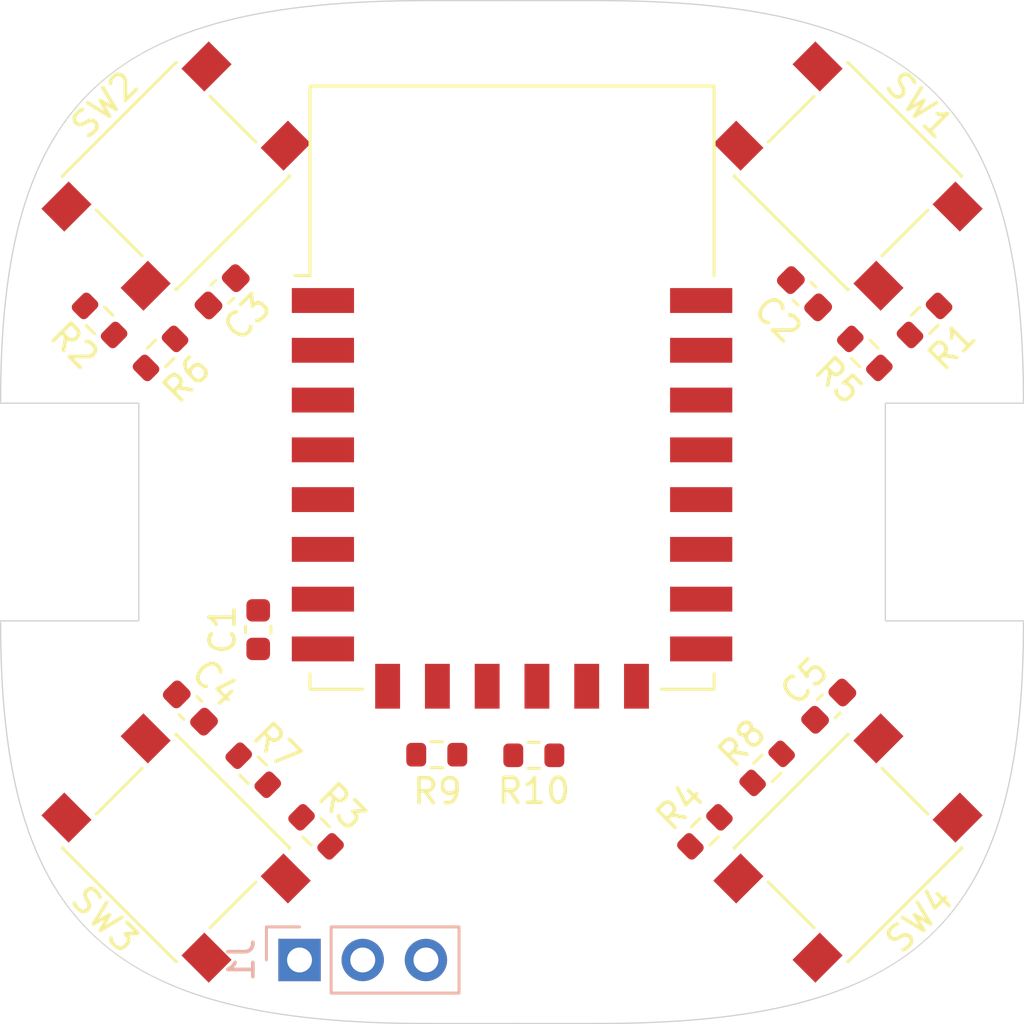
<source format=kicad_pcb>
(kicad_pcb (version 20171130) (host pcbnew 5.1.9-73d0e3b20d~88~ubuntu20.04.1)

  (general
    (thickness 1.6)
    (drawings 16)
    (tracks 0)
    (zones 0)
    (modules 21)
    (nets 27)
  )

  (page A4)
  (layers
    (0 F.Cu signal)
    (31 B.Cu signal)
    (32 B.Adhes user)
    (33 F.Adhes user)
    (34 B.Paste user)
    (35 F.Paste user)
    (36 B.SilkS user)
    (37 F.SilkS user)
    (38 B.Mask user)
    (39 F.Mask user)
    (40 Dwgs.User user)
    (41 Cmts.User user)
    (42 Eco1.User user)
    (43 Eco2.User user)
    (44 Edge.Cuts user)
    (45 Margin user)
    (46 B.CrtYd user hide)
    (47 F.CrtYd user)
    (48 B.Fab user)
    (49 F.Fab user hide)
  )

  (setup
    (last_trace_width 0.25)
    (user_trace_width 0.5)
    (user_trace_width 1.2)
    (trace_clearance 0.2)
    (zone_clearance 0.508)
    (zone_45_only no)
    (trace_min 0.2)
    (via_size 0.8)
    (via_drill 0.4)
    (via_min_size 0.4)
    (via_min_drill 0.3)
    (uvia_size 0.3)
    (uvia_drill 0.1)
    (uvias_allowed no)
    (uvia_min_size 0.2)
    (uvia_min_drill 0.1)
    (edge_width 0.05)
    (segment_width 0.2)
    (pcb_text_width 0.3)
    (pcb_text_size 1.5 1.5)
    (mod_edge_width 0.12)
    (mod_text_size 1 1)
    (mod_text_width 0.15)
    (pad_size 1 1)
    (pad_drill 0)
    (pad_to_mask_clearance 0.051)
    (solder_mask_min_width 0.25)
    (aux_axis_origin 0 0)
    (grid_origin 78.3 43.85)
    (visible_elements FFFFFF7F)
    (pcbplotparams
      (layerselection 0x010fc_ffffffff)
      (usegerberextensions false)
      (usegerberattributes false)
      (usegerberadvancedattributes false)
      (creategerberjobfile false)
      (excludeedgelayer true)
      (linewidth 0.100000)
      (plotframeref false)
      (viasonmask false)
      (mode 1)
      (useauxorigin false)
      (hpglpennumber 1)
      (hpglpenspeed 20)
      (hpglpendiameter 15.000000)
      (psnegative false)
      (psa4output false)
      (plotreference true)
      (plotvalue true)
      (plotinvisibletext false)
      (padsonsilk false)
      (subtractmaskfromsilk false)
      (outputformat 1)
      (mirror false)
      (drillshape 1)
      (scaleselection 1)
      (outputdirectory ""))
  )

  (net 0 "")
  (net 1 GND)
  (net 2 +3V3)
  (net 3 /SW1)
  (net 4 /SW2)
  (net 5 /SW3)
  (net 6 /SW4)
  (net 7 "Net-(R1-Pad2)")
  (net 8 "Net-(R2-Pad2)")
  (net 9 "Net-(R3-Pad2)")
  (net 10 "Net-(R4-Pad2)")
  (net 11 "Net-(R9-Pad1)")
  (net 12 "Net-(R10-Pad1)")
  (net 13 /AC_PWR_CTL)
  (net 14 "Net-(U1-Pad22)")
  (net 15 "Net-(U1-Pad21)")
  (net 16 "Net-(U1-Pad18)")
  (net 17 "Net-(U1-Pad17)")
  (net 18 "Net-(U1-Pad16)")
  (net 19 "Net-(U1-Pad14)")
  (net 20 "Net-(U1-Pad13)")
  (net 21 "Net-(U1-Pad10)")
  (net 22 "Net-(U1-Pad9)")
  (net 23 "Net-(U1-Pad4)")
  (net 24 "Net-(U1-Pad2)")
  (net 25 "Net-(U1-Pad7)")
  (net 26 "Net-(U1-Pad6)")

  (net_class Default "This is the default net class."
    (clearance 0.2)
    (trace_width 0.25)
    (via_dia 0.8)
    (via_drill 0.4)
    (uvia_dia 0.3)
    (uvia_drill 0.1)
    (add_net +3V3)
    (add_net /AC_PWR_CTL)
    (add_net /SW1)
    (add_net /SW2)
    (add_net /SW3)
    (add_net /SW4)
    (add_net GND)
    (add_net "Net-(R1-Pad2)")
    (add_net "Net-(R10-Pad1)")
    (add_net "Net-(R2-Pad2)")
    (add_net "Net-(R3-Pad2)")
    (add_net "Net-(R4-Pad2)")
    (add_net "Net-(R9-Pad1)")
    (add_net "Net-(U1-Pad10)")
    (add_net "Net-(U1-Pad13)")
    (add_net "Net-(U1-Pad14)")
    (add_net "Net-(U1-Pad16)")
    (add_net "Net-(U1-Pad17)")
    (add_net "Net-(U1-Pad18)")
    (add_net "Net-(U1-Pad2)")
    (add_net "Net-(U1-Pad21)")
    (add_net "Net-(U1-Pad22)")
    (add_net "Net-(U1-Pad4)")
    (add_net "Net-(U1-Pad6)")
    (add_net "Net-(U1-Pad7)")
    (add_net "Net-(U1-Pad9)")
  )

  (module Button_Switch_SMD:SW_SPST_PTS645 locked (layer F.Cu) (tedit 5A02FC95) (tstamp 6033E084)
    (at 91.8 57.35 225)
    (descr "C&K Components SPST SMD PTS645 Series 6mm Tact Switch")
    (tags "SPST Button Switch")
    (path /601D019F)
    (attr smd)
    (fp_text reference SW4 (at 0 -4.05 45) (layer F.SilkS)
      (effects (font (size 1 1) (thickness 0.15)))
    )
    (fp_text value SW_Push (at 0 4.15 45) (layer F.Fab)
      (effects (font (size 1 1) (thickness 0.15)))
    )
    (fp_line (start -3 -3) (end -3 3) (layer F.Fab) (width 0.1))
    (fp_line (start -3 3) (end 3 3) (layer F.Fab) (width 0.1))
    (fp_line (start 3 3) (end 3 -3) (layer F.Fab) (width 0.1))
    (fp_line (start 3 -3) (end -3 -3) (layer F.Fab) (width 0.1))
    (fp_line (start 5.05 3.4) (end 5.05 -3.4) (layer F.CrtYd) (width 0.05))
    (fp_line (start -5.05 -3.4) (end -5.05 3.4) (layer F.CrtYd) (width 0.05))
    (fp_line (start -5.05 3.4) (end 5.05 3.4) (layer F.CrtYd) (width 0.05))
    (fp_line (start -5.05 -3.4) (end 5.05 -3.4) (layer F.CrtYd) (width 0.05))
    (fp_line (start 3.23 -3.23) (end 3.23 -3.2) (layer F.SilkS) (width 0.12))
    (fp_line (start 3.23 3.23) (end 3.23 3.2) (layer F.SilkS) (width 0.12))
    (fp_line (start -3.23 3.23) (end -3.23 3.2) (layer F.SilkS) (width 0.12))
    (fp_line (start -3.23 -3.2) (end -3.23 -3.23) (layer F.SilkS) (width 0.12))
    (fp_line (start 3.23 -1.3) (end 3.23 1.3) (layer F.SilkS) (width 0.12))
    (fp_line (start -3.23 -3.23) (end 3.23 -3.23) (layer F.SilkS) (width 0.12))
    (fp_line (start -3.23 -1.3) (end -3.23 1.3) (layer F.SilkS) (width 0.12))
    (fp_line (start -3.23 3.23) (end 3.23 3.23) (layer F.SilkS) (width 0.12))
    (fp_circle (center 0 0) (end 1.75 -0.05) (layer F.Fab) (width 0.1))
    (fp_text user %R (at 0 -4.05 45) (layer F.Fab)
      (effects (font (size 1 1) (thickness 0.15)))
    )
    (pad 2 smd rect (at 3.98 2.25 225) (size 1.55 1.3) (layers F.Cu F.Paste F.Mask)
      (net 10 "Net-(R4-Pad2)"))
    (pad 1 smd rect (at 3.98 -2.25 225) (size 1.55 1.3) (layers F.Cu F.Paste F.Mask)
      (net 2 +3V3))
    (pad 1 smd rect (at -3.98 -2.25 225) (size 1.55 1.3) (layers F.Cu F.Paste F.Mask)
      (net 2 +3V3))
    (pad 2 smd rect (at -3.98 2.25 225) (size 1.55 1.3) (layers F.Cu F.Paste F.Mask)
      (net 10 "Net-(R4-Pad2)"))
    (model ${KISYS3DMOD}/Button_Switch_SMD.3dshapes/SW_SPST_PTS645.wrl
      (at (xyz 0 0 0))
      (scale (xyz 1 1 1))
      (rotate (xyz 0 0 0))
    )
  )

  (module Button_Switch_SMD:SW_SPST_PTS645 locked (layer F.Cu) (tedit 5A02FC95) (tstamp 6033A376)
    (at 64.8 57.35 135)
    (descr "C&K Components SPST SMD PTS645 Series 6mm Tact Switch")
    (tags "SPST Button Switch")
    (path /601C52BD)
    (attr smd)
    (fp_text reference SW3 (at 0 -4.05 -45) (layer F.SilkS)
      (effects (font (size 1 1) (thickness 0.15)))
    )
    (fp_text value SW_Push (at 0 4.15 -45) (layer F.Fab)
      (effects (font (size 1 1) (thickness 0.15)))
    )
    (fp_line (start -3 -3) (end -3 3) (layer F.Fab) (width 0.1))
    (fp_line (start -3 3) (end 3 3) (layer F.Fab) (width 0.1))
    (fp_line (start 3 3) (end 3 -3) (layer F.Fab) (width 0.1))
    (fp_line (start 3 -3) (end -3 -3) (layer F.Fab) (width 0.1))
    (fp_line (start 5.05 3.4) (end 5.05 -3.4) (layer F.CrtYd) (width 0.05))
    (fp_line (start -5.05 -3.4) (end -5.05 3.4) (layer F.CrtYd) (width 0.05))
    (fp_line (start -5.05 3.4) (end 5.05 3.4) (layer F.CrtYd) (width 0.05))
    (fp_line (start -5.05 -3.4) (end 5.05 -3.4) (layer F.CrtYd) (width 0.05))
    (fp_line (start 3.23 -3.23) (end 3.23 -3.2) (layer F.SilkS) (width 0.12))
    (fp_line (start 3.23 3.23) (end 3.23 3.2) (layer F.SilkS) (width 0.12))
    (fp_line (start -3.23 3.23) (end -3.23 3.2) (layer F.SilkS) (width 0.12))
    (fp_line (start -3.23 -3.2) (end -3.23 -3.23) (layer F.SilkS) (width 0.12))
    (fp_line (start 3.23 -1.3) (end 3.23 1.3) (layer F.SilkS) (width 0.12))
    (fp_line (start -3.23 -3.23) (end 3.23 -3.23) (layer F.SilkS) (width 0.12))
    (fp_line (start -3.23 -1.3) (end -3.23 1.3) (layer F.SilkS) (width 0.12))
    (fp_line (start -3.23 3.23) (end 3.23 3.23) (layer F.SilkS) (width 0.12))
    (fp_circle (center 0 0) (end 1.75 -0.05) (layer F.Fab) (width 0.1))
    (fp_text user %R (at 0 -4.05 -45) (layer F.Fab)
      (effects (font (size 1 1) (thickness 0.15)))
    )
    (pad 2 smd rect (at 3.98 2.25 135) (size 1.55 1.3) (layers F.Cu F.Paste F.Mask)
      (net 9 "Net-(R3-Pad2)"))
    (pad 1 smd rect (at 3.98 -2.25 135) (size 1.55 1.3) (layers F.Cu F.Paste F.Mask)
      (net 2 +3V3))
    (pad 1 smd rect (at -3.98 -2.25 135) (size 1.55 1.3) (layers F.Cu F.Paste F.Mask)
      (net 2 +3V3))
    (pad 2 smd rect (at -3.98 2.25 135) (size 1.55 1.3) (layers F.Cu F.Paste F.Mask)
      (net 9 "Net-(R3-Pad2)"))
    (model ${KISYS3DMOD}/Button_Switch_SMD.3dshapes/SW_SPST_PTS645.wrl
      (at (xyz 0 0 0))
      (scale (xyz 1 1 1))
      (rotate (xyz 0 0 0))
    )
  )

  (module Button_Switch_SMD:SW_SPST_PTS645 locked (layer F.Cu) (tedit 5A02FC95) (tstamp 6033E038)
    (at 64.8 30.35 45)
    (descr "C&K Components SPST SMD PTS645 Series 6mm Tact Switch")
    (tags "SPST Button Switch")
    (path /5FEB37DB)
    (attr smd)
    (fp_text reference SW2 (at 0 -4.05 45) (layer F.SilkS)
      (effects (font (size 1 1) (thickness 0.15)))
    )
    (fp_text value SW_Push (at 0 4.15 45) (layer F.Fab)
      (effects (font (size 1 1) (thickness 0.15)))
    )
    (fp_line (start -3 -3) (end -3 3) (layer F.Fab) (width 0.1))
    (fp_line (start -3 3) (end 3 3) (layer F.Fab) (width 0.1))
    (fp_line (start 3 3) (end 3 -3) (layer F.Fab) (width 0.1))
    (fp_line (start 3 -3) (end -3 -3) (layer F.Fab) (width 0.1))
    (fp_line (start 5.05 3.4) (end 5.05 -3.4) (layer F.CrtYd) (width 0.05))
    (fp_line (start -5.05 -3.4) (end -5.05 3.4) (layer F.CrtYd) (width 0.05))
    (fp_line (start -5.05 3.4) (end 5.05 3.4) (layer F.CrtYd) (width 0.05))
    (fp_line (start -5.05 -3.4) (end 5.05 -3.4) (layer F.CrtYd) (width 0.05))
    (fp_line (start 3.23 -3.23) (end 3.23 -3.2) (layer F.SilkS) (width 0.12))
    (fp_line (start 3.23 3.23) (end 3.23 3.2) (layer F.SilkS) (width 0.12))
    (fp_line (start -3.23 3.23) (end -3.23 3.2) (layer F.SilkS) (width 0.12))
    (fp_line (start -3.23 -3.2) (end -3.23 -3.23) (layer F.SilkS) (width 0.12))
    (fp_line (start 3.23 -1.3) (end 3.23 1.3) (layer F.SilkS) (width 0.12))
    (fp_line (start -3.23 -3.23) (end 3.23 -3.23) (layer F.SilkS) (width 0.12))
    (fp_line (start -3.23 -1.3) (end -3.23 1.3) (layer F.SilkS) (width 0.12))
    (fp_line (start -3.23 3.23) (end 3.23 3.23) (layer F.SilkS) (width 0.12))
    (fp_circle (center 0 0) (end 1.75 -0.05) (layer F.Fab) (width 0.1))
    (fp_text user %R (at 0 -4.05 45) (layer F.Fab)
      (effects (font (size 1 1) (thickness 0.15)))
    )
    (pad 2 smd rect (at 3.98 2.25 45) (size 1.55 1.3) (layers F.Cu F.Paste F.Mask)
      (net 8 "Net-(R2-Pad2)"))
    (pad 1 smd rect (at 3.98 -2.25 45) (size 1.55 1.3) (layers F.Cu F.Paste F.Mask)
      (net 2 +3V3))
    (pad 1 smd rect (at -3.98 -2.25 45) (size 1.55 1.3) (layers F.Cu F.Paste F.Mask)
      (net 2 +3V3))
    (pad 2 smd rect (at -3.98 2.25 45) (size 1.55 1.3) (layers F.Cu F.Paste F.Mask)
      (net 8 "Net-(R2-Pad2)"))
    (model ${KISYS3DMOD}/Button_Switch_SMD.3dshapes/SW_SPST_PTS645.wrl
      (at (xyz 0 0 0))
      (scale (xyz 1 1 1))
      (rotate (xyz 0 0 0))
    )
  )

  (module Button_Switch_SMD:SW_SPST_PTS645 locked (layer F.Cu) (tedit 5A02FC95) (tstamp 6033E012)
    (at 91.8 30.35 315)
    (descr "C&K Components SPST SMD PTS645 Series 6mm Tact Switch")
    (tags "SPST Button Switch")
    (path /601BFA42)
    (attr smd)
    (fp_text reference SW1 (at 0 -4.05 315) (layer F.SilkS)
      (effects (font (size 1 1) (thickness 0.15)))
    )
    (fp_text value SW_Push (at 0 4.15 315) (layer F.Fab)
      (effects (font (size 1 1) (thickness 0.15)))
    )
    (fp_line (start -3 -3) (end -3 3) (layer F.Fab) (width 0.1))
    (fp_line (start -3 3) (end 3 3) (layer F.Fab) (width 0.1))
    (fp_line (start 3 3) (end 3 -3) (layer F.Fab) (width 0.1))
    (fp_line (start 3 -3) (end -3 -3) (layer F.Fab) (width 0.1))
    (fp_line (start 5.05 3.4) (end 5.05 -3.4) (layer F.CrtYd) (width 0.05))
    (fp_line (start -5.05 -3.4) (end -5.05 3.4) (layer F.CrtYd) (width 0.05))
    (fp_line (start -5.05 3.4) (end 5.05 3.4) (layer F.CrtYd) (width 0.05))
    (fp_line (start -5.05 -3.4) (end 5.05 -3.4) (layer F.CrtYd) (width 0.05))
    (fp_line (start 3.23 -3.23) (end 3.23 -3.2) (layer F.SilkS) (width 0.12))
    (fp_line (start 3.23 3.23) (end 3.23 3.2) (layer F.SilkS) (width 0.12))
    (fp_line (start -3.23 3.23) (end -3.23 3.2) (layer F.SilkS) (width 0.12))
    (fp_line (start -3.23 -3.2) (end -3.23 -3.23) (layer F.SilkS) (width 0.12))
    (fp_line (start 3.23 -1.3) (end 3.23 1.3) (layer F.SilkS) (width 0.12))
    (fp_line (start -3.23 -3.23) (end 3.23 -3.23) (layer F.SilkS) (width 0.12))
    (fp_line (start -3.23 -1.3) (end -3.23 1.3) (layer F.SilkS) (width 0.12))
    (fp_line (start -3.23 3.23) (end 3.23 3.23) (layer F.SilkS) (width 0.12))
    (fp_circle (center 0 0) (end 1.75 -0.05) (layer F.Fab) (width 0.1))
    (fp_text user %R (at 0 -4.05 315) (layer F.Fab)
      (effects (font (size 1 1) (thickness 0.15)))
    )
    (pad 2 smd rect (at 3.98 2.25 315) (size 1.55 1.3) (layers F.Cu F.Paste F.Mask)
      (net 7 "Net-(R1-Pad2)"))
    (pad 1 smd rect (at 3.98 -2.25 315) (size 1.55 1.3) (layers F.Cu F.Paste F.Mask)
      (net 2 +3V3))
    (pad 1 smd rect (at -3.98 -2.25 315) (size 1.55 1.3) (layers F.Cu F.Paste F.Mask)
      (net 2 +3V3))
    (pad 2 smd rect (at -3.98 2.25 315) (size 1.55 1.3) (layers F.Cu F.Paste F.Mask)
      (net 7 "Net-(R1-Pad2)"))
    (model ${KISYS3DMOD}/Button_Switch_SMD.3dshapes/SW_SPST_PTS645.wrl
      (at (xyz 0 0 0))
      (scale (xyz 1 1 1))
      (rotate (xyz 0 0 0))
    )
  )

  (module Connector_PinHeader_2.54mm:PinHeader_1x03_P2.54mm_Vertical locked (layer B.Cu) (tedit 59FED5CC) (tstamp 60334CB9)
    (at 69.760 61.850 -90.000)
    (descr "Through hole straight pin header, 1x03, 2.54mm pitch, single row")
    (tags "Through hole pin header THT 1x03 2.54mm single row")
    (path /60347F0E)
    (fp_text reference J1 (at 0 2.33 -90.000) (layer B.SilkS)
      (effects (font (size 1 1) (thickness 0.15)) (justify mirror))
    )
    (fp_text value Inter_PCB_Conn (at 0 -7.41 -90.000) (layer B.Fab) hide
      (effects (font (size 1 1) (thickness 0.15)) (justify mirror))
    )
    (fp_line (start -0.635 1.27) (end 1.27 1.27) (layer B.Fab) (width 0.1))
    (fp_line (start 1.27 1.27) (end 1.27 -6.35) (layer B.Fab) (width 0.1))
    (fp_line (start 1.27 -6.35) (end -1.27 -6.35) (layer B.Fab) (width 0.1))
    (fp_line (start -1.27 -6.35) (end -1.27 0.635) (layer B.Fab) (width 0.1))
    (fp_line (start -1.27 0.635) (end -0.635 1.27) (layer B.Fab) (width 0.1))
    (fp_line (start -1.33 -6.41) (end 1.33 -6.41) (layer B.SilkS) (width 0.12))
    (fp_line (start -1.33 -1.27) (end -1.33 -6.41) (layer B.SilkS) (width 0.12))
    (fp_line (start 1.33 -1.27) (end 1.33 -6.41) (layer B.SilkS) (width 0.12))
    (fp_line (start -1.33 -1.27) (end 1.33 -1.27) (layer B.SilkS) (width 0.12))
    (fp_line (start -1.33 0) (end -1.33 1.33) (layer B.SilkS) (width 0.12))
    (fp_line (start -1.33 1.33) (end 0 1.33) (layer B.SilkS) (width 0.12))
    (fp_line (start -1.8 1.8) (end -1.8 -6.85) (layer B.CrtYd) (width 0.05))
    (fp_line (start -1.8 -6.85) (end 1.8 -6.85) (layer B.CrtYd) (width 0.05))
    (fp_line (start 1.8 -6.85) (end 1.8 1.8) (layer B.CrtYd) (width 0.05))
    (fp_line (start 1.8 1.8) (end -1.8 1.8) (layer B.CrtYd) (width 0.05))
    (fp_text user %R (at 0 -2.54 -180.000) (layer F.Fab)
      (effects (font (size 1 1) (thickness 0.15)))
    )
    (pad 3 thru_hole oval (at 0 -5.08 -90.000) (size 1.7 1.7) (drill 1) (layers *.Cu *.Mask)
      (net 13 /AC_PWR_CTL))
    (pad 2 thru_hole oval (at 0 -2.54 -90.000) (size 1.7 1.7) (drill 1) (layers *.Cu *.Mask)
      (net 2 +3V3))
    (pad 1 thru_hole rect (at 0 0 -90.000) (size 1.7 1.7) (drill 1) (layers *.Cu *.Mask)
      (net 1 GND))
    (model ${KISYS3DMOD}/Connector_PinHeader_2.54mm.3dshapes/PinHeader_1x03_P2.54mm_Vertical.wrl
      (at (xyz 0 0 0))
      (scale (xyz 1 1 1))
      (rotate (xyz 0 0 0))
    )
  )

  (module RF_Module:ESP-12E locked (layer F.Cu) (tedit 5A030172) (tstamp 6033E0BF)
    (at 78.3 38.85)
    (descr "Wi-Fi Module, http://wiki.ai-thinker.com/_media/esp8266/docs/aithinker_esp_12f_datasheet_en.pdf")
    (tags "Wi-Fi Module")
    (path /6038C41F)
    (attr smd)
    (fp_text reference U1 (at 2.95 -0.275) (layer F.SilkS) hide
      (effects (font (size 1 1) (thickness 0.15)))
    )
    (fp_text value ESP-12F (at -0.06 -12.78) (layer F.Fab)
      (effects (font (size 1 1) (thickness 0.15)))
    )
    (fp_line (start -8 -12) (end 8 -12) (layer F.Fab) (width 0.12))
    (fp_line (start 8 -12) (end 8 12) (layer F.Fab) (width 0.12))
    (fp_line (start 8 12) (end -8 12) (layer F.Fab) (width 0.12))
    (fp_line (start -8 12) (end -8 -3) (layer F.Fab) (width 0.12))
    (fp_line (start -8 -3) (end -7.5 -3.5) (layer F.Fab) (width 0.12))
    (fp_line (start -7.5 -3.5) (end -8 -4) (layer F.Fab) (width 0.12))
    (fp_line (start -8 -4) (end -8 -12) (layer F.Fab) (width 0.12))
    (fp_line (start -9.05 -12.2) (end 9.05 -12.2) (layer F.CrtYd) (width 0.05))
    (fp_line (start 9.05 -12.2) (end 9.05 13.1) (layer F.CrtYd) (width 0.05))
    (fp_line (start 9.05 13.1) (end -9.05 13.1) (layer F.CrtYd) (width 0.05))
    (fp_line (start -9.05 13.1) (end -9.05 -12.2) (layer F.CrtYd) (width 0.05))
    (fp_line (start -8.12 -12.12) (end 8.12 -12.12) (layer F.SilkS) (width 0.12))
    (fp_line (start 8.12 -12.12) (end 8.12 -4.5) (layer F.SilkS) (width 0.12))
    (fp_line (start 8.12 11.5) (end 8.12 12.12) (layer F.SilkS) (width 0.12))
    (fp_line (start 8.12 12.12) (end 6 12.12) (layer F.SilkS) (width 0.12))
    (fp_line (start -6 12.12) (end -8.12 12.12) (layer F.SilkS) (width 0.12))
    (fp_line (start -8.12 12.12) (end -8.12 11.5) (layer F.SilkS) (width 0.12))
    (fp_line (start -8.12 -4.5) (end -8.12 -12.12) (layer F.SilkS) (width 0.12))
    (fp_line (start -8.12 -4.5) (end -8.73 -4.5) (layer F.SilkS) (width 0.12))
    (fp_line (start -8.12 -12.12) (end 8.12 -12.12) (layer Dwgs.User) (width 0.12))
    (fp_line (start 8.12 -12.12) (end 8.12 -4.8) (layer Dwgs.User) (width 0.12))
    (fp_line (start 8.12 -4.8) (end -8.12 -4.8) (layer Dwgs.User) (width 0.12))
    (fp_line (start -8.12 -4.8) (end -8.12 -12.12) (layer Dwgs.User) (width 0.12))
    (fp_line (start -8.12 -9.12) (end -5.12 -12.12) (layer Dwgs.User) (width 0.12))
    (fp_line (start -8.12 -6.12) (end -2.12 -12.12) (layer Dwgs.User) (width 0.12))
    (fp_line (start -6.44 -4.8) (end 0.88 -12.12) (layer Dwgs.User) (width 0.12))
    (fp_line (start -3.44 -4.8) (end 3.88 -12.12) (layer Dwgs.User) (width 0.12))
    (fp_line (start -0.44 -4.8) (end 6.88 -12.12) (layer Dwgs.User) (width 0.12))
    (fp_line (start 2.56 -4.8) (end 8.12 -10.36) (layer Dwgs.User) (width 0.12))
    (fp_line (start 5.56 -4.8) (end 8.12 -7.36) (layer Dwgs.User) (width 0.12))
    (fp_text user %R (at 0.49 -0.8) (layer F.Fab)
      (effects (font (size 1 1) (thickness 0.15)))
    )
    (fp_text user "KEEP-OUT ZONE" (at 0.03 -9.55 180) (layer Cmts.User)
      (effects (font (size 1 1) (thickness 0.15)))
    )
    (fp_text user Antenna (at -0.06 -7 180) (layer Cmts.User)
      (effects (font (size 1 1) (thickness 0.15)))
    )
    (pad 22 smd rect (at 7.6 -3.5) (size 2.5 1) (layers F.Cu F.Paste F.Mask)
      (net 14 "Net-(U1-Pad22)"))
    (pad 21 smd rect (at 7.6 -1.5) (size 2.5 1) (layers F.Cu F.Paste F.Mask)
      (net 15 "Net-(U1-Pad21)"))
    (pad 20 smd rect (at 7.6 0.5) (size 2.5 1) (layers F.Cu F.Paste F.Mask)
      (net 3 /SW1))
    (pad 19 smd rect (at 7.6 2.5) (size 2.5 1) (layers F.Cu F.Paste F.Mask)
      (net 13 /AC_PWR_CTL))
    (pad 18 smd rect (at 7.6 4.5) (size 2.5 1) (layers F.Cu F.Paste F.Mask)
      (net 16 "Net-(U1-Pad18)"))
    (pad 17 smd rect (at 7.6 6.5) (size 2.5 1) (layers F.Cu F.Paste F.Mask)
      (net 17 "Net-(U1-Pad17)"))
    (pad 16 smd rect (at 7.6 8.5) (size 2.5 1) (layers F.Cu F.Paste F.Mask)
      (net 18 "Net-(U1-Pad16)"))
    (pad 15 smd rect (at 7.6 10.5) (size 2.5 1) (layers F.Cu F.Paste F.Mask)
      (net 1 GND))
    (pad 14 smd rect (at 5 12) (size 1 1.8) (layers F.Cu F.Paste F.Mask)
      (net 19 "Net-(U1-Pad14)"))
    (pad 13 smd rect (at 3 12) (size 1 1.8) (layers F.Cu F.Paste F.Mask)
      (net 20 "Net-(U1-Pad13)"))
    (pad 12 smd rect (at 1 12) (size 1 1.8) (layers F.Cu F.Paste F.Mask)
      (net 6 /SW4))
    (pad 11 smd rect (at -1 12) (size 1 1.8) (layers F.Cu F.Paste F.Mask)
      (net 5 /SW3))
    (pad 10 smd rect (at -3 12) (size 1 1.8) (layers F.Cu F.Paste F.Mask)
      (net 21 "Net-(U1-Pad10)"))
    (pad 9 smd rect (at -5 12) (size 1 1.8) (layers F.Cu F.Paste F.Mask)
      (net 22 "Net-(U1-Pad9)"))
    (pad 8 smd rect (at -7.6 10.5) (size 2.5 1) (layers F.Cu F.Paste F.Mask)
      (net 2 +3V3))
    (pad 7 smd rect (at -7.6 8.5) (size 2.5 1) (layers F.Cu F.Paste F.Mask)
      (net 25 "Net-(U1-Pad7)"))
    (pad 6 smd rect (at -7.6 6.5) (size 2.5 1) (layers F.Cu F.Paste F.Mask)
      (net 26 "Net-(U1-Pad6)"))
    (pad 5 smd rect (at -7.6 4.5) (size 2.5 1) (layers F.Cu F.Paste F.Mask)
      (net 4 /SW2))
    (pad 4 smd rect (at -7.6 2.5) (size 2.5 1) (layers F.Cu F.Paste F.Mask)
      (net 23 "Net-(U1-Pad4)"))
    (pad 3 smd rect (at -7.6 0.5) (size 2.5 1) (layers F.Cu F.Paste F.Mask)
      (net 12 "Net-(R10-Pad1)"))
    (pad 2 smd rect (at -7.6 -1.5) (size 2.5 1) (layers F.Cu F.Paste F.Mask)
      (net 24 "Net-(U1-Pad2)"))
    (pad 1 smd rect (at -7.6 -3.5) (size 2.5 1) (layers F.Cu F.Paste F.Mask)
      (net 11 "Net-(R9-Pad1)"))
    (model ${KISYS3DMOD}/RF_Module.3dshapes/ESP-12E.wrl
      (at (xyz 0 0 0))
      (scale (xyz 1 1 1))
      (rotate (xyz 0 0 0))
    )
  )

  (module Resistor_SMD:R_0603_1608Metric (layer F.Cu) (tedit 5F68FEEE) (tstamp 6033DFB9)
    (at 79.175 53.625 180)
    (descr "Resistor SMD 0603 (1608 Metric), square (rectangular) end terminal, IPC_7351 nominal, (Body size source: IPC-SM-782 page 72, https://www.pcb-3d.com/wordpress/wp-content/uploads/ipc-sm-782a_amendment_1_and_2.pdf), generated with kicad-footprint-generator")
    (tags resistor)
    (path /603AD756)
    (attr smd)
    (fp_text reference R10 (at 0 -1.43) (layer F.SilkS)
      (effects (font (size 1 1) (thickness 0.15)))
    )
    (fp_text value 10k (at 0 1.43) (layer F.Fab)
      (effects (font (size 1 1) (thickness 0.15)))
    )
    (fp_line (start -0.8 0.4125) (end -0.8 -0.4125) (layer F.Fab) (width 0.1))
    (fp_line (start -0.8 -0.4125) (end 0.8 -0.4125) (layer F.Fab) (width 0.1))
    (fp_line (start 0.8 -0.4125) (end 0.8 0.4125) (layer F.Fab) (width 0.1))
    (fp_line (start 0.8 0.4125) (end -0.8 0.4125) (layer F.Fab) (width 0.1))
    (fp_line (start -0.237258 -0.5225) (end 0.237258 -0.5225) (layer F.SilkS) (width 0.12))
    (fp_line (start -0.237258 0.5225) (end 0.237258 0.5225) (layer F.SilkS) (width 0.12))
    (fp_line (start -1.48 0.73) (end -1.48 -0.73) (layer F.CrtYd) (width 0.05))
    (fp_line (start -1.48 -0.73) (end 1.48 -0.73) (layer F.CrtYd) (width 0.05))
    (fp_line (start 1.48 -0.73) (end 1.48 0.73) (layer F.CrtYd) (width 0.05))
    (fp_line (start 1.48 0.73) (end -1.48 0.73) (layer F.CrtYd) (width 0.05))
    (fp_text user %R (at 0 0) (layer F.Fab)
      (effects (font (size 0.4 0.4) (thickness 0.06)))
    )
    (pad 2 smd roundrect (at 0.825 0 180) (size 0.8 0.95) (layers F.Cu F.Paste F.Mask) (roundrect_rratio 0.25)
      (net 2 +3V3))
    (pad 1 smd roundrect (at -0.825 0 180) (size 0.8 0.95) (layers F.Cu F.Paste F.Mask) (roundrect_rratio 0.25)
      (net 12 "Net-(R10-Pad1)"))
    (model ${KISYS3DMOD}/Resistor_SMD.3dshapes/R_0603_1608Metric.wrl
      (at (xyz 0 0 0))
      (scale (xyz 1 1 1))
      (rotate (xyz 0 0 0))
    )
  )

  (module Resistor_SMD:R_0603_1608Metric (layer F.Cu) (tedit 5F68FEEE) (tstamp 6033DFA8)
    (at 75.275 53.6)
    (descr "Resistor SMD 0603 (1608 Metric), square (rectangular) end terminal, IPC_7351 nominal, (Body size source: IPC-SM-782 page 72, https://www.pcb-3d.com/wordpress/wp-content/uploads/ipc-sm-782a_amendment_1_and_2.pdf), generated with kicad-footprint-generator")
    (tags resistor)
    (path /603A92C3)
    (attr smd)
    (fp_text reference R9 (at 0.025 1.475) (layer F.SilkS)
      (effects (font (size 1 1) (thickness 0.15)))
    )
    (fp_text value 10k (at 0 1.43) (layer F.Fab)
      (effects (font (size 1 1) (thickness 0.15)))
    )
    (fp_line (start -0.8 0.4125) (end -0.8 -0.4125) (layer F.Fab) (width 0.1))
    (fp_line (start -0.8 -0.4125) (end 0.8 -0.4125) (layer F.Fab) (width 0.1))
    (fp_line (start 0.8 -0.4125) (end 0.8 0.4125) (layer F.Fab) (width 0.1))
    (fp_line (start 0.8 0.4125) (end -0.8 0.4125) (layer F.Fab) (width 0.1))
    (fp_line (start -0.237258 -0.5225) (end 0.237258 -0.5225) (layer F.SilkS) (width 0.12))
    (fp_line (start -0.237258 0.5225) (end 0.237258 0.5225) (layer F.SilkS) (width 0.12))
    (fp_line (start -1.48 0.73) (end -1.48 -0.73) (layer F.CrtYd) (width 0.05))
    (fp_line (start -1.48 -0.73) (end 1.48 -0.73) (layer F.CrtYd) (width 0.05))
    (fp_line (start 1.48 -0.73) (end 1.48 0.73) (layer F.CrtYd) (width 0.05))
    (fp_line (start 1.48 0.73) (end -1.48 0.73) (layer F.CrtYd) (width 0.05))
    (fp_text user %R (at 0 0) (layer F.Fab)
      (effects (font (size 0.4 0.4) (thickness 0.06)))
    )
    (pad 2 smd roundrect (at 0.825 0) (size 0.8 0.95) (layers F.Cu F.Paste F.Mask) (roundrect_rratio 0.25)
      (net 2 +3V3))
    (pad 1 smd roundrect (at -0.825 0) (size 0.8 0.95) (layers F.Cu F.Paste F.Mask) (roundrect_rratio 0.25)
      (net 11 "Net-(R9-Pad1)"))
    (model ${KISYS3DMOD}/Resistor_SMD.3dshapes/R_0603_1608Metric.wrl
      (at (xyz 0 0 0))
      (scale (xyz 1 1 1))
      (rotate (xyz 0 0 0))
    )
  )

  (module Resistor_SMD:R_0603_1608Metric (layer F.Cu) (tedit 5F68FEEE) (tstamp 6033DF97)
    (at 88.55 54.15 45)
    (descr "Resistor SMD 0603 (1608 Metric), square (rectangular) end terminal, IPC_7351 nominal, (Body size source: IPC-SM-782 page 72, https://www.pcb-3d.com/wordpress/wp-content/uploads/ipc-sm-782a_amendment_1_and_2.pdf), generated with kicad-footprint-generator")
    (tags resistor)
    (path /601D01A9)
    (attr smd)
    (fp_text reference R8 (at 0 -1.43 45) (layer F.SilkS)
      (effects (font (size 1 1) (thickness 0.15)))
    )
    (fp_text value 10K (at 0 1.43 45) (layer F.Fab)
      (effects (font (size 1 1) (thickness 0.15)))
    )
    (fp_line (start -0.8 0.4125) (end -0.8 -0.4125) (layer F.Fab) (width 0.1))
    (fp_line (start -0.8 -0.4125) (end 0.8 -0.4125) (layer F.Fab) (width 0.1))
    (fp_line (start 0.8 -0.4125) (end 0.8 0.4125) (layer F.Fab) (width 0.1))
    (fp_line (start 0.8 0.4125) (end -0.8 0.4125) (layer F.Fab) (width 0.1))
    (fp_line (start -0.237258 -0.5225) (end 0.237258 -0.5225) (layer F.SilkS) (width 0.12))
    (fp_line (start -0.237258 0.5225) (end 0.237258 0.5225) (layer F.SilkS) (width 0.12))
    (fp_line (start -1.48 0.73) (end -1.48 -0.73) (layer F.CrtYd) (width 0.05))
    (fp_line (start -1.48 -0.73) (end 1.48 -0.73) (layer F.CrtYd) (width 0.05))
    (fp_line (start 1.48 -0.73) (end 1.48 0.73) (layer F.CrtYd) (width 0.05))
    (fp_line (start 1.48 0.73) (end -1.48 0.73) (layer F.CrtYd) (width 0.05))
    (fp_text user %R (at 0 0 45) (layer F.Fab)
      (effects (font (size 0.4 0.4) (thickness 0.06)))
    )
    (pad 2 smd roundrect (at 0.825 0 45) (size 0.8 0.95) (layers F.Cu F.Paste F.Mask) (roundrect_rratio 0.25)
      (net 1 GND))
    (pad 1 smd roundrect (at -0.825 0 45) (size 0.8 0.95) (layers F.Cu F.Paste F.Mask) (roundrect_rratio 0.25)
      (net 6 /SW4))
    (model ${KISYS3DMOD}/Resistor_SMD.3dshapes/R_0603_1608Metric.wrl
      (at (xyz 0 0 0))
      (scale (xyz 1 1 1))
      (rotate (xyz 0 0 0))
    )
  )

  (module Resistor_SMD:R_0603_1608Metric (layer F.Cu) (tedit 5F68FEEE) (tstamp 6033999F)
    (at 67.9 54.225 135)
    (descr "Resistor SMD 0603 (1608 Metric), square (rectangular) end terminal, IPC_7351 nominal, (Body size source: IPC-SM-782 page 72, https://www.pcb-3d.com/wordpress/wp-content/uploads/ipc-sm-782a_amendment_1_and_2.pdf), generated with kicad-footprint-generator")
    (tags resistor)
    (path /603641A7)
    (attr smd)
    (fp_text reference R7 (at 0.017678 1.361181 315) (layer F.SilkS)
      (effects (font (size 1 1) (thickness 0.15)))
    )
    (fp_text value 10K (at 0 1.43 135) (layer F.Fab)
      (effects (font (size 1 1) (thickness 0.15)))
    )
    (fp_line (start -0.8 0.4125) (end -0.8 -0.4125) (layer F.Fab) (width 0.1))
    (fp_line (start -0.8 -0.4125) (end 0.8 -0.4125) (layer F.Fab) (width 0.1))
    (fp_line (start 0.8 -0.4125) (end 0.8 0.4125) (layer F.Fab) (width 0.1))
    (fp_line (start 0.8 0.4125) (end -0.8 0.4125) (layer F.Fab) (width 0.1))
    (fp_line (start -0.237258 -0.5225) (end 0.237258 -0.5225) (layer F.SilkS) (width 0.12))
    (fp_line (start -0.237258 0.5225) (end 0.237258 0.5225) (layer F.SilkS) (width 0.12))
    (fp_line (start -1.48 0.73) (end -1.48 -0.73) (layer F.CrtYd) (width 0.05))
    (fp_line (start -1.48 -0.73) (end 1.48 -0.73) (layer F.CrtYd) (width 0.05))
    (fp_line (start 1.48 -0.73) (end 1.48 0.73) (layer F.CrtYd) (width 0.05))
    (fp_line (start 1.48 0.73) (end -1.48 0.73) (layer F.CrtYd) (width 0.05))
    (fp_text user %R (at 0 0 135) (layer F.Fab)
      (effects (font (size 0.4 0.4) (thickness 0.06)))
    )
    (pad 2 smd roundrect (at 0.825 0 135) (size 0.8 0.95) (layers F.Cu F.Paste F.Mask) (roundrect_rratio 0.25)
      (net 1 GND))
    (pad 1 smd roundrect (at -0.825 0 135) (size 0.8 0.95) (layers F.Cu F.Paste F.Mask) (roundrect_rratio 0.25)
      (net 5 /SW3))
    (model ${KISYS3DMOD}/Resistor_SMD.3dshapes/R_0603_1608Metric.wrl
      (at (xyz 0 0 0))
      (scale (xyz 1 1 1))
      (rotate (xyz 0 0 0))
    )
  )

  (module Resistor_SMD:R_0603_1608Metric (layer F.Cu) (tedit 5F68FEEE) (tstamp 6033DF75)
    (at 64.175 37.475 45)
    (descr "Resistor SMD 0603 (1608 Metric), square (rectangular) end terminal, IPC_7351 nominal, (Body size source: IPC-SM-782 page 72, https://www.pcb-3d.com/wordpress/wp-content/uploads/ipc-sm-782a_amendment_1_and_2.pdf), generated with kicad-footprint-generator")
    (tags resistor)
    (path /6036452F)
    (attr smd)
    (fp_text reference R6 (at 0.017678 1.467247 45) (layer F.SilkS)
      (effects (font (size 1 1) (thickness 0.15)))
    )
    (fp_text value 10K (at 0 1.43 45) (layer F.Fab)
      (effects (font (size 1 1) (thickness 0.15)))
    )
    (fp_line (start -0.8 0.4125) (end -0.8 -0.4125) (layer F.Fab) (width 0.1))
    (fp_line (start -0.8 -0.4125) (end 0.8 -0.4125) (layer F.Fab) (width 0.1))
    (fp_line (start 0.8 -0.4125) (end 0.8 0.4125) (layer F.Fab) (width 0.1))
    (fp_line (start 0.8 0.4125) (end -0.8 0.4125) (layer F.Fab) (width 0.1))
    (fp_line (start -0.237258 -0.5225) (end 0.237258 -0.5225) (layer F.SilkS) (width 0.12))
    (fp_line (start -0.237258 0.5225) (end 0.237258 0.5225) (layer F.SilkS) (width 0.12))
    (fp_line (start -1.48 0.73) (end -1.48 -0.73) (layer F.CrtYd) (width 0.05))
    (fp_line (start -1.48 -0.73) (end 1.48 -0.73) (layer F.CrtYd) (width 0.05))
    (fp_line (start 1.48 -0.73) (end 1.48 0.73) (layer F.CrtYd) (width 0.05))
    (fp_line (start 1.48 0.73) (end -1.48 0.73) (layer F.CrtYd) (width 0.05))
    (fp_text user %R (at -0.61 -1.59 45) (layer F.Fab)
      (effects (font (size 0.4 0.4) (thickness 0.06)))
    )
    (pad 2 smd roundrect (at 0.825 0 45) (size 0.8 0.95) (layers F.Cu F.Paste F.Mask) (roundrect_rratio 0.25)
      (net 1 GND))
    (pad 1 smd roundrect (at -0.825 0 45) (size 0.8 0.95) (layers F.Cu F.Paste F.Mask) (roundrect_rratio 0.25)
      (net 4 /SW2))
    (model ${KISYS3DMOD}/Resistor_SMD.3dshapes/R_0603_1608Metric.wrl
      (at (xyz 0 0 0))
      (scale (xyz 1 1 1))
      (rotate (xyz 0 0 0))
    )
  )

  (module Resistor_SMD:R_0603_1608Metric (layer F.Cu) (tedit 5F68FEEE) (tstamp 6033DF64)
    (at 92.475 37.475 315)
    (descr "Resistor SMD 0603 (1608 Metric), square (rectangular) end terminal, IPC_7351 nominal, (Body size source: IPC-SM-782 page 72, https://www.pcb-3d.com/wordpress/wp-content/uploads/ipc-sm-782a_amendment_1_and_2.pdf), generated with kicad-footprint-generator")
    (tags resistor)
    (path /603648B9)
    (attr smd)
    (fp_text reference R5 (at 0.017678 1.502602 135) (layer F.SilkS)
      (effects (font (size 1 1) (thickness 0.15)))
    )
    (fp_text value 10K (at 0 1.43 135) (layer F.Fab)
      (effects (font (size 1 1) (thickness 0.15)))
    )
    (fp_line (start -0.8 0.4125) (end -0.8 -0.4125) (layer F.Fab) (width 0.1))
    (fp_line (start -0.8 -0.4125) (end 0.8 -0.4125) (layer F.Fab) (width 0.1))
    (fp_line (start 0.8 -0.4125) (end 0.8 0.4125) (layer F.Fab) (width 0.1))
    (fp_line (start 0.8 0.4125) (end -0.8 0.4125) (layer F.Fab) (width 0.1))
    (fp_line (start -0.237258 -0.5225) (end 0.237258 -0.5225) (layer F.SilkS) (width 0.12))
    (fp_line (start -0.237258 0.5225) (end 0.237258 0.5225) (layer F.SilkS) (width 0.12))
    (fp_line (start -1.48 0.73) (end -1.48 -0.73) (layer F.CrtYd) (width 0.05))
    (fp_line (start -1.48 -0.73) (end 1.48 -0.73) (layer F.CrtYd) (width 0.05))
    (fp_line (start 1.48 -0.73) (end 1.48 0.73) (layer F.CrtYd) (width 0.05))
    (fp_line (start 1.48 0.73) (end -1.48 0.73) (layer F.CrtYd) (width 0.05))
    (fp_text user %R (at 0 0 135) (layer F.Fab)
      (effects (font (size 0.4 0.4) (thickness 0.06)))
    )
    (pad 2 smd roundrect (at 0.825 0 315) (size 0.8 0.95) (layers F.Cu F.Paste F.Mask) (roundrect_rratio 0.25)
      (net 1 GND))
    (pad 1 smd roundrect (at -0.825 0 315) (size 0.8 0.95) (layers F.Cu F.Paste F.Mask) (roundrect_rratio 0.25)
      (net 3 /SW1))
    (model ${KISYS3DMOD}/Resistor_SMD.3dshapes/R_0603_1608Metric.wrl
      (at (xyz 0 0 0))
      (scale (xyz 1 1 1))
      (rotate (xyz 0 0 0))
    )
  )

  (module Resistor_SMD:R_0603_1608Metric (layer F.Cu) (tedit 5F68FEEE) (tstamp 6033DF53)
    (at 86.05 56.7 225)
    (descr "Resistor SMD 0603 (1608 Metric), square (rectangular) end terminal, IPC_7351 nominal, (Body size source: IPC-SM-782 page 72, https://www.pcb-3d.com/wordpress/wp-content/uploads/ipc-sm-782a_amendment_1_and_2.pdf), generated with kicad-footprint-generator")
    (tags resistor)
    (path /60361C46)
    (attr smd)
    (fp_text reference R4 (at -0.017678 1.431891 45) (layer F.SilkS)
      (effects (font (size 1 1) (thickness 0.15)))
    )
    (fp_text value 1K (at 0 1.43 45) (layer F.Fab)
      (effects (font (size 1 1) (thickness 0.15)))
    )
    (fp_line (start -0.8 0.4125) (end -0.8 -0.4125) (layer F.Fab) (width 0.1))
    (fp_line (start -0.8 -0.4125) (end 0.8 -0.4125) (layer F.Fab) (width 0.1))
    (fp_line (start 0.8 -0.4125) (end 0.8 0.4125) (layer F.Fab) (width 0.1))
    (fp_line (start 0.8 0.4125) (end -0.8 0.4125) (layer F.Fab) (width 0.1))
    (fp_line (start -0.237258 -0.5225) (end 0.237258 -0.5225) (layer F.SilkS) (width 0.12))
    (fp_line (start -0.237258 0.5225) (end 0.237258 0.5225) (layer F.SilkS) (width 0.12))
    (fp_line (start -1.48 0.73) (end -1.48 -0.73) (layer F.CrtYd) (width 0.05))
    (fp_line (start -1.48 -0.73) (end 1.48 -0.73) (layer F.CrtYd) (width 0.05))
    (fp_line (start 1.48 -0.73) (end 1.48 0.73) (layer F.CrtYd) (width 0.05))
    (fp_line (start 1.48 0.73) (end -1.48 0.73) (layer F.CrtYd) (width 0.05))
    (fp_text user %R (at 0 0 45) (layer F.Fab)
      (effects (font (size 0.4 0.4) (thickness 0.06)))
    )
    (pad 2 smd roundrect (at 0.825 0 225) (size 0.8 0.95) (layers F.Cu F.Paste F.Mask) (roundrect_rratio 0.25)
      (net 10 "Net-(R4-Pad2)"))
    (pad 1 smd roundrect (at -0.825 0 225) (size 0.8 0.95) (layers F.Cu F.Paste F.Mask) (roundrect_rratio 0.25)
      (net 6 /SW4))
    (model ${KISYS3DMOD}/Resistor_SMD.3dshapes/R_0603_1608Metric.wrl
      (at (xyz 0 0 0))
      (scale (xyz 1 1 1))
      (rotate (xyz 0 0 0))
    )
  )

  (module Resistor_SMD:R_0603_1608Metric (layer F.Cu) (tedit 5F68FEEE) (tstamp 603373A6)
    (at 70.425 56.7 315)
    (descr "Resistor SMD 0603 (1608 Metric), square (rectangular) end terminal, IPC_7351 nominal, (Body size source: IPC-SM-782 page 72, https://www.pcb-3d.com/wordpress/wp-content/uploads/ipc-sm-782a_amendment_1_and_2.pdf), generated with kicad-footprint-generator")
    (tags resistor)
    (path /6036186F)
    (attr smd)
    (fp_text reference R3 (at 0.017678 -1.467247 315) (layer F.SilkS)
      (effects (font (size 1 1) (thickness 0.15)))
    )
    (fp_text value 1K (at 0 1.43 135) (layer F.Fab)
      (effects (font (size 1 1) (thickness 0.15)))
    )
    (fp_line (start -0.8 0.4125) (end -0.8 -0.4125) (layer F.Fab) (width 0.1))
    (fp_line (start -0.8 -0.4125) (end 0.8 -0.4125) (layer F.Fab) (width 0.1))
    (fp_line (start 0.8 -0.4125) (end 0.8 0.4125) (layer F.Fab) (width 0.1))
    (fp_line (start 0.8 0.4125) (end -0.8 0.4125) (layer F.Fab) (width 0.1))
    (fp_line (start -0.237258 -0.5225) (end 0.237258 -0.5225) (layer F.SilkS) (width 0.12))
    (fp_line (start -0.237258 0.5225) (end 0.237258 0.5225) (layer F.SilkS) (width 0.12))
    (fp_line (start -1.48 0.73) (end -1.48 -0.73) (layer F.CrtYd) (width 0.05))
    (fp_line (start -1.48 -0.73) (end 1.48 -0.73) (layer F.CrtYd) (width 0.05))
    (fp_line (start 1.48 -0.73) (end 1.48 0.73) (layer F.CrtYd) (width 0.05))
    (fp_line (start 1.48 0.73) (end -1.48 0.73) (layer F.CrtYd) (width 0.05))
    (fp_text user %R (at 0 0 135) (layer F.Fab)
      (effects (font (size 0.4 0.4) (thickness 0.06)))
    )
    (pad 2 smd roundrect (at 0.825 0 315) (size 0.8 0.95) (layers F.Cu F.Paste F.Mask) (roundrect_rratio 0.25)
      (net 9 "Net-(R3-Pad2)"))
    (pad 1 smd roundrect (at -0.825 0 315) (size 0.8 0.95) (layers F.Cu F.Paste F.Mask) (roundrect_rratio 0.25)
      (net 5 /SW3))
    (model ${KISYS3DMOD}/Resistor_SMD.3dshapes/R_0603_1608Metric.wrl
      (at (xyz 0 0 0))
      (scale (xyz 1 1 1))
      (rotate (xyz 0 0 0))
    )
  )

  (module Resistor_SMD:R_0603_1608Metric (layer F.Cu) (tedit 5F68FEEE) (tstamp 6033DF31)
    (at 61.725 36.15 135)
    (descr "Resistor SMD 0603 (1608 Metric), square (rectangular) end terminal, IPC_7351 nominal, (Body size source: IPC-SM-782 page 72, https://www.pcb-3d.com/wordpress/wp-content/uploads/ipc-sm-782a_amendment_1_and_2.pdf), generated with kicad-footprint-generator")
    (tags resistor)
    (path /601BFA63)
    (attr smd)
    (fp_text reference R2 (at 0 -1.43 135) (layer F.SilkS)
      (effects (font (size 1 1) (thickness 0.15)))
    )
    (fp_text value 1K (at 0 1.43 135) (layer F.Fab)
      (effects (font (size 1 1) (thickness 0.15)))
    )
    (fp_line (start -0.8 0.4125) (end -0.8 -0.4125) (layer F.Fab) (width 0.1))
    (fp_line (start -0.8 -0.4125) (end 0.8 -0.4125) (layer F.Fab) (width 0.1))
    (fp_line (start 0.8 -0.4125) (end 0.8 0.4125) (layer F.Fab) (width 0.1))
    (fp_line (start 0.8 0.4125) (end -0.8 0.4125) (layer F.Fab) (width 0.1))
    (fp_line (start -0.237258 -0.5225) (end 0.237258 -0.5225) (layer F.SilkS) (width 0.12))
    (fp_line (start -0.237258 0.5225) (end 0.237258 0.5225) (layer F.SilkS) (width 0.12))
    (fp_line (start -1.48 0.73) (end -1.48 -0.73) (layer F.CrtYd) (width 0.05))
    (fp_line (start -1.48 -0.73) (end 1.48 -0.73) (layer F.CrtYd) (width 0.05))
    (fp_line (start 1.48 -0.73) (end 1.48 0.73) (layer F.CrtYd) (width 0.05))
    (fp_line (start 1.48 0.73) (end -1.48 0.73) (layer F.CrtYd) (width 0.05))
    (fp_text user %R (at 0 0 135) (layer F.Fab)
      (effects (font (size 0.4 0.4) (thickness 0.06)))
    )
    (pad 2 smd roundrect (at 0.825 0 135) (size 0.8 0.95) (layers F.Cu F.Paste F.Mask) (roundrect_rratio 0.25)
      (net 8 "Net-(R2-Pad2)"))
    (pad 1 smd roundrect (at -0.825 0 135) (size 0.8 0.95) (layers F.Cu F.Paste F.Mask) (roundrect_rratio 0.25)
      (net 4 /SW2))
    (model ${KISYS3DMOD}/Resistor_SMD.3dshapes/R_0603_1608Metric.wrl
      (at (xyz 0 0 0))
      (scale (xyz 1 1 1))
      (rotate (xyz 0 0 0))
    )
  )

  (module Resistor_SMD:R_0603_1608Metric (layer F.Cu) (tedit 5F68FEEE) (tstamp 6033DF20)
    (at 94.875 36.15 45)
    (descr "Resistor SMD 0603 (1608 Metric), square (rectangular) end terminal, IPC_7351 nominal, (Body size source: IPC-SM-782 page 72, https://www.pcb-3d.com/wordpress/wp-content/uploads/ipc-sm-782a_amendment_1_and_2.pdf), generated with kicad-footprint-generator")
    (tags resistor)
    (path /60361F49)
    (attr smd)
    (fp_text reference R1 (at 0.035355 1.52028 45) (layer F.SilkS)
      (effects (font (size 1 1) (thickness 0.15)))
    )
    (fp_text value 1K (at 0 1.43 45) (layer F.Fab)
      (effects (font (size 1 1) (thickness 0.15)))
    )
    (fp_line (start -0.8 0.4125) (end -0.8 -0.4125) (layer F.Fab) (width 0.1))
    (fp_line (start -0.8 -0.4125) (end 0.8 -0.4125) (layer F.Fab) (width 0.1))
    (fp_line (start 0.8 -0.4125) (end 0.8 0.4125) (layer F.Fab) (width 0.1))
    (fp_line (start 0.8 0.4125) (end -0.8 0.4125) (layer F.Fab) (width 0.1))
    (fp_line (start -0.237258 -0.5225) (end 0.237258 -0.5225) (layer F.SilkS) (width 0.12))
    (fp_line (start -0.237258 0.5225) (end 0.237258 0.5225) (layer F.SilkS) (width 0.12))
    (fp_line (start -1.48 0.73) (end -1.48 -0.73) (layer F.CrtYd) (width 0.05))
    (fp_line (start -1.48 -0.73) (end 1.48 -0.73) (layer F.CrtYd) (width 0.05))
    (fp_line (start 1.48 -0.73) (end 1.48 0.73) (layer F.CrtYd) (width 0.05))
    (fp_line (start 1.48 0.73) (end -1.48 0.73) (layer F.CrtYd) (width 0.05))
    (fp_text user %R (at 0 0 45) (layer F.Fab)
      (effects (font (size 0.4 0.4) (thickness 0.06)))
    )
    (pad 2 smd roundrect (at 0.825 0 45) (size 0.8 0.95) (layers F.Cu F.Paste F.Mask) (roundrect_rratio 0.25)
      (net 7 "Net-(R1-Pad2)"))
    (pad 1 smd roundrect (at -0.825 0 45) (size 0.8 0.95) (layers F.Cu F.Paste F.Mask) (roundrect_rratio 0.25)
      (net 3 /SW1))
    (model ${KISYS3DMOD}/Resistor_SMD.3dshapes/R_0603_1608Metric.wrl
      (at (xyz 0 0 0))
      (scale (xyz 1 1 1))
      (rotate (xyz 0 0 0))
    )
  )

  (module Capacitor_SMD:C_0603_1608Metric (layer F.Cu) (tedit 5F68FEEE) (tstamp 6033DE93)
    (at 91.025 51.65 225)
    (descr "Capacitor SMD 0603 (1608 Metric), square (rectangular) end terminal, IPC_7351 nominal, (Body size source: IPC-SM-782 page 76, https://www.pcb-3d.com/wordpress/wp-content/uploads/ipc-sm-782a_amendment_1_and_2.pdf), generated with kicad-footprint-generator")
    (tags capacitor)
    (path /6036527A)
    (attr smd)
    (fp_text reference C5 (at -0.017678 1.396536 45) (layer F.SilkS)
      (effects (font (size 1 1) (thickness 0.15)))
    )
    (fp_text value 0.1µF (at 0 1.43 45) (layer F.Fab)
      (effects (font (size 1 1) (thickness 0.15)))
    )
    (fp_line (start -0.8 0.4) (end -0.8 -0.4) (layer F.Fab) (width 0.1))
    (fp_line (start -0.8 -0.4) (end 0.8 -0.4) (layer F.Fab) (width 0.1))
    (fp_line (start 0.8 -0.4) (end 0.8 0.4) (layer F.Fab) (width 0.1))
    (fp_line (start 0.8 0.4) (end -0.8 0.4) (layer F.Fab) (width 0.1))
    (fp_line (start -0.14058 -0.51) (end 0.14058 -0.51) (layer F.SilkS) (width 0.12))
    (fp_line (start -0.14058 0.51) (end 0.14058 0.51) (layer F.SilkS) (width 0.12))
    (fp_line (start -1.48 0.73) (end -1.48 -0.73) (layer F.CrtYd) (width 0.05))
    (fp_line (start -1.48 -0.73) (end 1.48 -0.73) (layer F.CrtYd) (width 0.05))
    (fp_line (start 1.48 -0.73) (end 1.48 0.73) (layer F.CrtYd) (width 0.05))
    (fp_line (start 1.48 0.73) (end -1.48 0.73) (layer F.CrtYd) (width 0.05))
    (fp_text user %R (at 0 0 45) (layer F.Fab)
      (effects (font (size 0.4 0.4) (thickness 0.06)))
    )
    (pad 2 smd roundrect (at 0.775 0 225) (size 0.9 0.95) (layers F.Cu F.Paste F.Mask) (roundrect_rratio 0.25)
      (net 6 /SW4))
    (pad 1 smd roundrect (at -0.775 0 225) (size 0.9 0.95) (layers F.Cu F.Paste F.Mask) (roundrect_rratio 0.25)
      (net 1 GND))
    (model ${KISYS3DMOD}/Capacitor_SMD.3dshapes/C_0603_1608Metric.wrl
      (at (xyz 0 0 0))
      (scale (xyz 1 1 1))
      (rotate (xyz 0 0 0))
    )
  )

  (module Capacitor_SMD:C_0603_1608Metric (layer F.Cu) (tedit 5F68FEEE) (tstamp 60339BBB)
    (at 65.375 51.725 315)
    (descr "Capacitor SMD 0603 (1608 Metric), square (rectangular) end terminal, IPC_7351 nominal, (Body size source: IPC-SM-782 page 76, https://www.pcb-3d.com/wordpress/wp-content/uploads/ipc-sm-782a_amendment_1_and_2.pdf), generated with kicad-footprint-generator")
    (tags capacitor)
    (path /60364F66)
    (attr smd)
    (fp_text reference C4 (at 0 -1.43 135) (layer F.SilkS)
      (effects (font (size 1 1) (thickness 0.15)))
    )
    (fp_text value 0.1µF (at 0 1.43 135) (layer F.Fab)
      (effects (font (size 1 1) (thickness 0.15)))
    )
    (fp_line (start -0.8 0.4) (end -0.8 -0.4) (layer F.Fab) (width 0.1))
    (fp_line (start -0.8 -0.4) (end 0.8 -0.4) (layer F.Fab) (width 0.1))
    (fp_line (start 0.8 -0.4) (end 0.8 0.4) (layer F.Fab) (width 0.1))
    (fp_line (start 0.8 0.4) (end -0.8 0.4) (layer F.Fab) (width 0.1))
    (fp_line (start -0.14058 -0.51) (end 0.14058 -0.51) (layer F.SilkS) (width 0.12))
    (fp_line (start -0.14058 0.51) (end 0.14058 0.51) (layer F.SilkS) (width 0.12))
    (fp_line (start -1.48 0.73) (end -1.48 -0.73) (layer F.CrtYd) (width 0.05))
    (fp_line (start -1.48 -0.73) (end 1.48 -0.73) (layer F.CrtYd) (width 0.05))
    (fp_line (start 1.48 -0.73) (end 1.48 0.73) (layer F.CrtYd) (width 0.05))
    (fp_line (start 1.48 0.73) (end -1.48 0.73) (layer F.CrtYd) (width 0.05))
    (fp_text user %R (at 0 0 135) (layer F.Fab)
      (effects (font (size 0.4 0.4) (thickness 0.06)))
    )
    (pad 2 smd roundrect (at 0.775 0 315) (size 0.9 0.95) (layers F.Cu F.Paste F.Mask) (roundrect_rratio 0.25)
      (net 5 /SW3))
    (pad 1 smd roundrect (at -0.775 0 315) (size 0.9 0.95) (layers F.Cu F.Paste F.Mask) (roundrect_rratio 0.25)
      (net 1 GND))
    (model ${KISYS3DMOD}/Capacitor_SMD.3dshapes/C_0603_1608Metric.wrl
      (at (xyz 0 0 0))
      (scale (xyz 1 1 1))
      (rotate (xyz 0 0 0))
    )
  )

  (module Capacitor_SMD:C_0603_1608Metric (layer F.Cu) (tedit 5F68FEEE) (tstamp 6033A54A)
    (at 66.65 35 225)
    (descr "Capacitor SMD 0603 (1608 Metric), square (rectangular) end terminal, IPC_7351 nominal, (Body size source: IPC-SM-782 page 76, https://www.pcb-3d.com/wordpress/wp-content/uploads/ipc-sm-782a_amendment_1_and_2.pdf), generated with kicad-footprint-generator")
    (tags capacitor)
    (path /60364C3A)
    (attr smd)
    (fp_text reference C3 (at 0 -1.43 45) (layer F.SilkS)
      (effects (font (size 1 1) (thickness 0.15)))
    )
    (fp_text value 0.1µF (at 0 1.43 45) (layer F.Fab)
      (effects (font (size 1 1) (thickness 0.15)))
    )
    (fp_line (start -0.8 0.4) (end -0.8 -0.4) (layer F.Fab) (width 0.1))
    (fp_line (start -0.8 -0.4) (end 0.8 -0.4) (layer F.Fab) (width 0.1))
    (fp_line (start 0.8 -0.4) (end 0.8 0.4) (layer F.Fab) (width 0.1))
    (fp_line (start 0.8 0.4) (end -0.8 0.4) (layer F.Fab) (width 0.1))
    (fp_line (start -0.14058 -0.51) (end 0.14058 -0.51) (layer F.SilkS) (width 0.12))
    (fp_line (start -0.14058 0.51) (end 0.14058 0.51) (layer F.SilkS) (width 0.12))
    (fp_line (start -1.48 0.73) (end -1.48 -0.73) (layer F.CrtYd) (width 0.05))
    (fp_line (start -1.48 -0.73) (end 1.48 -0.73) (layer F.CrtYd) (width 0.05))
    (fp_line (start 1.48 -0.73) (end 1.48 0.73) (layer F.CrtYd) (width 0.05))
    (fp_line (start 1.48 0.73) (end -1.48 0.73) (layer F.CrtYd) (width 0.05))
    (fp_text user %R (at 0 0 45) (layer F.Fab)
      (effects (font (size 0.4 0.4) (thickness 0.06)))
    )
    (pad 2 smd roundrect (at 0.775 0 225) (size 0.9 0.95) (layers F.Cu F.Paste F.Mask) (roundrect_rratio 0.25)
      (net 4 /SW2))
    (pad 1 smd roundrect (at -0.775 0 225) (size 0.9 0.95) (layers F.Cu F.Paste F.Mask) (roundrect_rratio 0.25)
      (net 1 GND))
    (model ${KISYS3DMOD}/Capacitor_SMD.3dshapes/C_0603_1608Metric.wrl
      (at (xyz 0 0 0))
      (scale (xyz 1 1 1))
      (rotate (xyz 0 0 0))
    )
  )

  (module Capacitor_SMD:C_0603_1608Metric (layer F.Cu) (tedit 5F68FEEE) (tstamp 6033DE60)
    (at 90.051992 35.076992 315)
    (descr "Capacitor SMD 0603 (1608 Metric), square (rectangular) end terminal, IPC_7351 nominal, (Body size source: IPC-SM-782 page 76, https://www.pcb-3d.com/wordpress/wp-content/uploads/ipc-sm-782a_amendment_1_and_2.pdf), generated with kicad-footprint-generator")
    (tags capacitor)
    (path /600EC31B)
    (attr smd)
    (fp_text reference C2 (at -0.038172 1.484924 135) (layer F.SilkS)
      (effects (font (size 1 1) (thickness 0.15)))
    )
    (fp_text value 0.1µF (at 0 1.43 135) (layer F.Fab)
      (effects (font (size 1 1) (thickness 0.15)))
    )
    (fp_line (start -0.8 0.4) (end -0.8 -0.4) (layer F.Fab) (width 0.1))
    (fp_line (start -0.8 -0.4) (end 0.8 -0.4) (layer F.Fab) (width 0.1))
    (fp_line (start 0.8 -0.4) (end 0.8 0.4) (layer F.Fab) (width 0.1))
    (fp_line (start 0.8 0.4) (end -0.8 0.4) (layer F.Fab) (width 0.1))
    (fp_line (start -0.14058 -0.51) (end 0.14058 -0.51) (layer F.SilkS) (width 0.12))
    (fp_line (start -0.14058 0.51) (end 0.14058 0.51) (layer F.SilkS) (width 0.12))
    (fp_line (start -1.48 0.73) (end -1.48 -0.73) (layer F.CrtYd) (width 0.05))
    (fp_line (start -1.48 -0.73) (end 1.48 -0.73) (layer F.CrtYd) (width 0.05))
    (fp_line (start 1.48 -0.73) (end 1.48 0.73) (layer F.CrtYd) (width 0.05))
    (fp_line (start 1.48 0.73) (end -1.48 0.73) (layer F.CrtYd) (width 0.05))
    (fp_text user %R (at 0 0 135) (layer F.Fab)
      (effects (font (size 0.4 0.4) (thickness 0.06)))
    )
    (pad 2 smd roundrect (at 0.775 0 315) (size 0.9 0.95) (layers F.Cu F.Paste F.Mask) (roundrect_rratio 0.25)
      (net 3 /SW1))
    (pad 1 smd roundrect (at -0.775 0 315) (size 0.9 0.95) (layers F.Cu F.Paste F.Mask) (roundrect_rratio 0.25)
      (net 1 GND))
    (model ${KISYS3DMOD}/Capacitor_SMD.3dshapes/C_0603_1608Metric.wrl
      (at (xyz 0 0 0))
      (scale (xyz 1 1 1))
      (rotate (xyz 0 0 0))
    )
  )

  (module Capacitor_SMD:C_0603_1608Metric (layer F.Cu) (tedit 5F68FEEE) (tstamp 6033DE4F)
    (at 68.1 48.575 90)
    (descr "Capacitor SMD 0603 (1608 Metric), square (rectangular) end terminal, IPC_7351 nominal, (Body size source: IPC-SM-782 page 76, https://www.pcb-3d.com/wordpress/wp-content/uploads/ipc-sm-782a_amendment_1_and_2.pdf), generated with kicad-footprint-generator")
    (tags capacitor)
    (path /5FED2E40)
    (attr smd)
    (fp_text reference C1 (at 0 -1.43 90) (layer F.SilkS)
      (effects (font (size 1 1) (thickness 0.15)))
    )
    (fp_text value 10µF (at 0 1.43 90) (layer F.Fab)
      (effects (font (size 1 1) (thickness 0.15)))
    )
    (fp_line (start -0.8 0.4) (end -0.8 -0.4) (layer F.Fab) (width 0.1))
    (fp_line (start -0.8 -0.4) (end 0.8 -0.4) (layer F.Fab) (width 0.1))
    (fp_line (start 0.8 -0.4) (end 0.8 0.4) (layer F.Fab) (width 0.1))
    (fp_line (start 0.8 0.4) (end -0.8 0.4) (layer F.Fab) (width 0.1))
    (fp_line (start -0.14058 -0.51) (end 0.14058 -0.51) (layer F.SilkS) (width 0.12))
    (fp_line (start -0.14058 0.51) (end 0.14058 0.51) (layer F.SilkS) (width 0.12))
    (fp_line (start -1.48 0.73) (end -1.48 -0.73) (layer F.CrtYd) (width 0.05))
    (fp_line (start -1.48 -0.73) (end 1.48 -0.73) (layer F.CrtYd) (width 0.05))
    (fp_line (start 1.48 -0.73) (end 1.48 0.73) (layer F.CrtYd) (width 0.05))
    (fp_line (start 1.48 0.73) (end -1.48 0.73) (layer F.CrtYd) (width 0.05))
    (fp_text user %R (at 0 0 90) (layer F.Fab)
      (effects (font (size 0.4 0.4) (thickness 0.06)))
    )
    (pad 2 smd roundrect (at 0.775 0 90) (size 0.9 0.95) (layers F.Cu F.Paste F.Mask) (roundrect_rratio 0.25)
      (net 1 GND))
    (pad 1 smd roundrect (at -0.775 0 90) (size 0.9 0.95) (layers F.Cu F.Paste F.Mask) (roundrect_rratio 0.25)
      (net 2 +3V3))
    (model ${KISYS3DMOD}/Capacitor_SMD.3dshapes/C_0603_1608Metric.wrl
      (at (xyz 0 0 0))
      (scale (xyz 1 1 1))
      (rotate (xyz 0 0 0))
    )
  )

  (gr_line (start 78.3 64.401) (end 74.925 64.401) (angle 90) (layer Edge.Cuts) (width 0.05))
  (gr_curve (pts (xy 74.925 64.401) (xy 62.046 64.423) (xy 57.727 60.355) (xy 57.749 48.225)) (layer Edge.Cuts) (width 0.05))
  (gr_line (start 63.3 48.225) (end 57.749 48.225) (angle 90) (layer Edge.Cuts) (width 0.05))
  (gr_line (start 63.3 43.85) (end 63.3 48.225) (angle 90) (layer Edge.Cuts) (width 0.05))
  (gr_line (start 63.3 43.85) (end 63.3 39.475) (angle 90) (layer Edge.Cuts) (width 0.05))
  (gr_line (start 63.3 39.475) (end 57.749 39.475) (angle 90) (layer Edge.Cuts) (width 0.05))
  (gr_curve (pts (xy 74.925 23.299) (xy 62.046 23.277) (xy 57.727 27.345) (xy 57.749 39.475)) (layer Edge.Cuts) (width 0.05))
  (gr_line (start 78.3 23.299) (end 74.925 23.299) (angle 90) (layer Edge.Cuts) (width 0.05))
  (gr_line (start 78.3 23.299) (end 81.675 23.299) (angle 90) (layer Edge.Cuts) (width 0.05))
  (gr_curve (pts (xy 81.675 23.299) (xy 94.554 23.277) (xy 98.873 27.345) (xy 98.851 39.475)) (layer Edge.Cuts) (width 0.05))
  (gr_line (start 93.3 39.475) (end 98.851 39.475) (angle 90) (layer Edge.Cuts) (width 0.05))
  (gr_line (start 93.3 43.85) (end 93.3 39.475) (angle 90) (layer Edge.Cuts) (width 0.05))
  (gr_line (start 93.3 43.85) (end 93.3 48.225) (angle 90) (layer Edge.Cuts) (width 0.05))
  (gr_line (start 93.3 48.225) (end 98.851 48.225) (angle 90) (layer Edge.Cuts) (width 0.05))
  (gr_curve (pts (xy 81.675 64.401) (xy 94.554 64.423) (xy 98.873 60.355) (xy 98.851 48.225)) (layer Edge.Cuts) (width 0.05))
  (gr_line (start 78.3 64.401) (end 81.675 64.401) (angle 90) (layer Edge.Cuts) (width 0.05))

)
 
</source>
